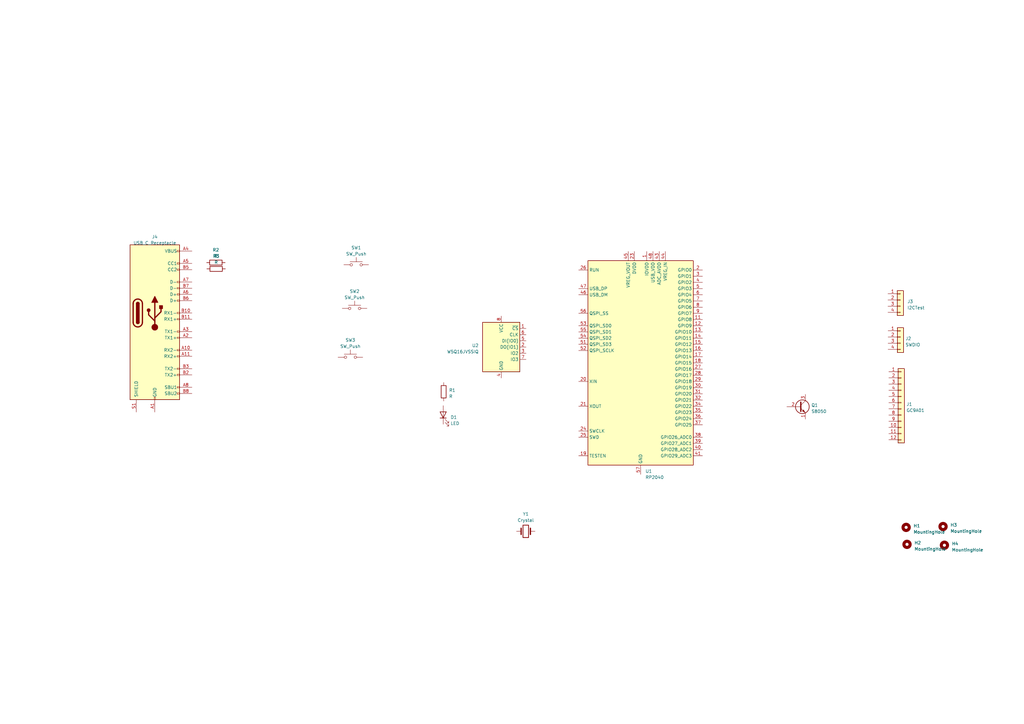
<source format=kicad_sch>
(kicad_sch (version 20230121) (generator eeschema)
  (paper "A3")
  (lib_symbols
    (symbol "Connector:USB_C_Receptacle" (pin_names (offset 1.016))
      (property "Reference" "J" (at -10.16 29.21 0))
      (property "Value" "USB_C_Receptacle" (at 10.16 29.21 0))
      (symbol "USB_C_Receptacle_0_0"
        (rectangle (start -0.254 -35.56) (end 0.254 -34.544))
        (rectangle (start 10.16 -32.766) (end 9.144 -33.274))
        (rectangle (start 10.16 -30.226) (end 9.144 -30.734))
        (rectangle (start 10.16 -25.146) (end 9.144 -25.654))
        (rectangle (start 10.16 -22.606) (end 9.144 -23.114))
        (rectangle (start 10.16 -17.526) (end 9.144 -18.034))
        (rectangle (start 10.16 -14.986) (end 9.144 -15.494))
        (rectangle (start 10.16 -9.906) (end 9.144 -10.414))
        (rectangle (start 10.16 -7.366) (end 9.144 -7.874))
        (rectangle (start 10.16 -2.286) (end 9.144 -2.794))
        (rectangle (start 10.16 0.254) (end 9.144 -0.254))
        (rectangle (start 10.16 5.334) (end 9.144 4.826))
        (rectangle (start 10.16 7.874) (end 9.144 7.366))
        (rectangle (start 10.16 10.414) (end 9.144 9.906))
        (rectangle (start 10.16 12.954) (end 9.144 12.446))
        (rectangle (start 10.16 18.034) (end 9.144 17.526))
        (rectangle (start 10.16 20.574) (end 9.144 20.066))
        (rectangle (start 10.16 25.654) (end 9.144 25.146))
      )
      (symbol "USB_C_Receptacle_0_1"
        (rectangle (start -10.16 27.94) (end 10.16 -35.56) (stroke (width 0.254)) (fill (type background)))
        (arc (start -8.89 -3.81) (mid -6.985 -5.7067) (end -5.08 -3.81) (stroke (width 0.508)))
        (arc (start -7.62 -3.81) (mid -6.985 -4.4423) (end -6.35 -3.81) (stroke (width 0.254)))
        (arc (start -7.62 -3.81) (mid -6.985 -4.4423) (end -6.35 -3.81) (stroke (width 0.254)) (fill (type outline)))
        (rectangle (start -7.62 -3.81) (end -6.35 3.81) (stroke (width 0.254)) (fill (type outline)))
        (arc (start -6.35 3.81) (mid -6.985 4.4423) (end -7.62 3.81) (stroke (width 0.254)))
        (arc (start -6.35 3.81) (mid -6.985 4.4423) (end -7.62 3.81) (stroke (width 0.254)) (fill (type outline)))
        (arc (start -5.08 3.81) (mid -6.985 5.7067) (end -8.89 3.81) (stroke (width 0.508)))
        (polyline (pts (xy -8.89 -3.81) (xy -8.89 3.81)) (stroke (width 0.508)))
        (polyline (pts (xy -5.08 3.81) (xy -5.08 -3.81)) (stroke (width 0.508)))
      )
      (symbol "USB_C_Receptacle_1_1"
        (circle (center -2.54 1.143) (radius 0.635) (stroke (width 0.254)) (fill (type outline)))
        (circle (center 0 -5.842) (radius 1.27) (fill (type outline)))
        (polyline (pts (xy 0 -5.842) (xy 0 4.318)) (stroke (width 0.508)))
        (polyline (pts (xy 0 -3.302) (xy -2.54 -0.762) (xy -2.54 0.508)) (stroke (width 0.508)))
        (polyline (pts (xy 0 -2.032) (xy 2.54 0.508) (xy 2.54 1.778)) (stroke (width 0.508)))
        (polyline (pts (xy -1.27 4.318) (xy 0 6.858) (xy 1.27 4.318) (xy -1.27 4.318)) (stroke (width 0.254)) (fill (type outline)))
        (rectangle (start 1.905 1.778) (end 3.175 3.048) (stroke (width 0.254)) (fill (type outline)))
        (pin passive line (at 0 -40.64 90) (length 5.08) (name "GND") (number "A1"))
        (pin bidirectional line (at 15.24 -15.24 180) (length 5.08) (name "RX2-") (number "A10"))
        (pin bidirectional line (at 15.24 -17.78 180) (length 5.08) (name "RX2+") (number "A11"))
        (pin passive line (at 0 -40.64 90) (length 5.08) hide (name "GND") (number "A12"))
        (pin bidirectional line (at 15.24 -10.16 180) (length 5.08) (name "TX1+") (number "A2"))
        (pin bidirectional line (at 15.24 -7.62 180) (length 5.08) (name "TX1-") (number "A3"))
        (pin passive line (at 15.24 25.4 180) (length 5.08) (name "VBUS") (number "A4"))
        (pin bidirectional line (at 15.24 20.32 180) (length 5.08) (name "CC1") (number "A5"))
        (pin bidirectional line (at 15.24 7.62 180) (length 5.08) (name "D+") (number "A6"))
        (pin bidirectional line (at 15.24 12.7 180) (length 5.08) (name "D-") (number "A7"))
        (pin bidirectional line (at 15.24 -30.48 180) (length 5.08) (name "SBU1") (number "A8"))
        (pin passive line (at 15.24 25.4 180) (length 5.08) hide (name "VBUS") (number "A9"))
        (pin passive line (at 0 -40.64 90) (length 5.08) hide (name "GND") (number "B1"))
        (pin bidirectional line (at 15.24 0 180) (length 5.08) (name "RX1-") (number "B10"))
        (pin bidirectional line (at 15.24 -2.54 180) (length 5.08) (name "RX1+") (number "B11"))
        (pin passive line (at 0 -40.64 90) (length 5.08) hide (name "GND") (number "B12"))
        (pin bidirectional line (at 15.24 -25.4 180) (length 5.08) (name "TX2+") (number "B2"))
        (pin bidirectional line (at 15.24 -22.86 180) (length 5.08) (name "TX2-") (number "B3"))
        (pin passive line (at 15.24 25.4 180) (length 5.08) hide (name "VBUS") (number "B4"))
        (pin bidirectional line (at 15.24 17.78 180) (length 5.08) (name "CC2") (number "B5"))
        (pin bidirectional line (at 15.24 5.08 180) (length 5.08) (name "D+") (number "B6"))
        (pin bidirectional line (at 15.24 10.16 180) (length 5.08) (name "D-") (number "B7"))
        (pin bidirectional line (at 15.24 -33.02 180) (length 5.08) (name "SBU2") (number "B8"))
        (pin passive line (at 15.24 25.4 180) (length 5.08) hide (name "VBUS") (number "B9"))
        (pin passive line (at -7.62 -40.64 90) (length 5.08) (name "SHIELD") (number "S1"))
      )
    )
    (symbol "Connector_Generic:Conn_01x04" (pin_names (offset 1.016) hide)
      (property "Reference" "J" (at 0 5.08 0))
      (property "Value" "Conn_01x04" (at 0 -7.62 0))
      (symbol "Conn_01x04_1_1"
        (rectangle (start -1.27 -4.953) (end 0 -5.207) (stroke (width 0.1524)))
        (rectangle (start -1.27 -2.413) (end 0 -2.667) (stroke (width 0.1524)))
        (rectangle (start -1.27 0.127) (end 0 -0.127) (stroke (width 0.1524)))
        (rectangle (start -1.27 2.667) (end 0 2.413) (stroke (width 0.1524)))
        (rectangle (start -1.27 3.81) (end 1.27 -6.35) (stroke (width 0.254)) (fill (type background)))
        (pin passive line (at -5.08 2.54 0) (length 3.81) (name "Pin_1") (number "1"))
        (pin passive line (at -5.08 0 0) (length 3.81) (name "Pin_2") (number "2"))
        (pin passive line (at -5.08 -2.54 0) (length 3.81) (name "Pin_3") (number "3"))
        (pin passive line (at -5.08 -5.08 0) (length 3.81) (name "Pin_4") (number "4"))
      )
    )
    (symbol "Connector_Generic:Conn_01x12" (pin_names (offset 1.016) hide)
      (property "Reference" "J" (at 0 15.24 0))
      (property "Value" "Conn_01x12" (at 0 -17.78 0))
      (symbol "Conn_01x12_1_1"
        (rectangle (start -1.27 -15.113) (end 0 -15.367) (stroke (width 0.1524)))
        (rectangle (start -1.27 -12.573) (end 0 -12.827) (stroke (width 0.1524)))
        (rectangle (start -1.27 -10.033) (end 0 -10.287) (stroke (width 0.1524)))
        (rectangle (start -1.27 -7.493) (end 0 -7.747) (stroke (width 0.1524)))
        (rectangle (start -1.27 -4.953) (end 0 -5.207) (stroke (width 0.1524)))
        (rectangle (start -1.27 -2.413) (end 0 -2.667) (stroke (width 0.1524)))
        (rectangle (start -1.27 0.127) (end 0 -0.127) (stroke (width 0.1524)))
        (rectangle (start -1.27 2.667) (end 0 2.413) (stroke (width 0.1524)))
        (rectangle (start -1.27 5.207) (end 0 4.953) (stroke (width 0.1524)))
        (rectangle (start -1.27 7.747) (end 0 7.493) (stroke (width 0.1524)))
        (rectangle (start -1.27 10.287) (end 0 10.033) (stroke (width 0.1524)))
        (rectangle (start -1.27 12.827) (end 0 12.573) (stroke (width 0.1524)))
        (rectangle (start -1.27 13.97) (end 1.27 -16.51) (stroke (width 0.254)) (fill (type background)))
        (pin passive line (at -5.08 12.7 0) (length 3.81) (name "Pin_1") (number "1"))
        (pin passive line (at -5.08 -10.16 0) (length 3.81) (name "Pin_10") (number "10"))
        (pin passive line (at -5.08 -12.7 0) (length 3.81) (name "Pin_11") (number "11"))
        (pin passive line (at -5.08 -15.24 0) (length 3.81) (name "Pin_12") (number "12"))
        (pin passive line (at -5.08 10.16 0) (length 3.81) (name "Pin_2") (number "2"))
        (pin passive line (at -5.08 7.62 0) (length 3.81) (name "Pin_3") (number "3"))
        (pin passive line (at -5.08 5.08 0) (length 3.81) (name "Pin_4") (number "4"))
        (pin passive line (at -5.08 2.54 0) (length 3.81) (name "Pin_5") (number "5"))
        (pin passive line (at -5.08 0 0) (length 3.81) (name "Pin_6") (number "6"))
        (pin passive line (at -5.08 -2.54 0) (length 3.81) (name "Pin_7") (number "7"))
        (pin passive line (at -5.08 -5.08 0) (length 3.81) (name "Pin_8") (number "8"))
        (pin passive line (at -5.08 -7.62 0) (length 3.81) (name "Pin_9") (number "9"))
      )
    )
    (symbol "Device:Crystal" (pin_numbers hide) (pin_names (offset 1.016) hide)
      (property "Reference" "Y" (at 0 3.81 0))
      (property "Value" "Crystal" (at 0 -3.81 0))
      (symbol "Crystal_0_1"
        (rectangle (start -1.143 2.54) (end 1.143 -2.54) (stroke (width 0.3048)))
        (polyline (pts (xy -2.54 0) (xy -1.905 0)))
        (polyline (pts (xy -1.905 -1.27) (xy -1.905 1.27)) (stroke (width 0.508)))
        (polyline (pts (xy 1.905 -1.27) (xy 1.905 1.27)) (stroke (width 0.508)))
        (polyline (pts (xy 2.54 0) (xy 1.905 0)))
      )
      (symbol "Crystal_1_1"
        (pin passive line (at -3.81 0 0) (length 1.27) (name "1") (number "1"))
        (pin passive line (at 3.81 0 180) (length 1.27) (name "2") (number "2"))
      )
    )
    (symbol "Device:LED" (pin_numbers hide) (pin_names (offset 1.016) hide)
      (property "Reference" "D" (at 0 2.54 0))
      (property "Value" "LED" (at 0 -2.54 0))
      (symbol "LED_0_1"
        (polyline (pts (xy -1.27 -1.27) (xy -1.27 1.27)) (stroke (width 0.254)))
        (polyline (pts (xy -1.27 0) (xy 1.27 0)))
        (polyline (pts (xy 1.27 -1.27) (xy 1.27 1.27) (xy -1.27 0) (xy 1.27 -1.27)) (stroke (width 0.254)))
        (polyline (pts (xy -3.048 -0.762) (xy -4.572 -2.286) (xy -3.81 -2.286) (xy -4.572 -2.286) (xy -4.572 -1.524)))
        (polyline (pts (xy -1.778 -0.762) (xy -3.302 -2.286) (xy -2.54 -2.286) (xy -3.302 -2.286) (xy -3.302 -1.524)))
      )
      (symbol "LED_1_1"
        (pin passive line (at -3.81 0 0) (length 2.54) (name "K") (number "1"))
        (pin passive line (at 3.81 0 180) (length 2.54) (name "A") (number "2"))
      )
    )
    (symbol "Device:R" (pin_numbers hide) (pin_names (offset 0))
      (property "Reference" "R" (at 2.032 0 90))
      (property "Value" "R" (at 0 0 90))
      (symbol "R_0_1"
        (rectangle (start -1.016 -2.54) (end 1.016 2.54) (stroke (width 0.254)))
      )
      (symbol "R_1_1"
        (pin passive line (at 0 3.81 270) (length 1.27) (name "~") (number "1"))
        (pin passive line (at 0 -3.81 90) (length 1.27) (name "~") (number "2"))
      )
    )
    (symbol "MCU_RaspberryPi:RP2040"
      (property "Reference" "U" (at 17.78 45.72 0))
      (property "Value" "RP2040" (at 17.78 43.18 0))
      (symbol "RP2040_0_1"
        (rectangle (start -21.59 41.91) (end 21.59 -41.91) (stroke (width 0.254)) (fill (type background)))
      )
      (symbol "RP2040_1_1"
        (pin power_in line (at 2.54 45.72 270) (length 3.81) (name "IOVDD") (number "1"))
        (pin passive line (at 2.54 45.72 270) (length 3.81) hide (name "IOVDD") (number "10"))
        (pin bidirectional line (at 25.4 17.78 180) (length 3.81) (name "GPIO8") (number "11"))
        (pin bidirectional line (at 25.4 15.24 180) (length 3.81) (name "GPIO9") (number "12"))
        (pin bidirectional line (at 25.4 12.7 180) (length 3.81) (name "GPIO10") (number "13"))
        (pin bidirectional line (at 25.4 10.16 180) (length 3.81) (name "GPIO11") (number "14"))
        (pin bidirectional line (at 25.4 7.62 180) (length 3.81) (name "GPIO12") (number "15"))
        (pin bidirectional line (at 25.4 5.08 180) (length 3.81) (name "GPIO13") (number "16"))
        (pin bidirectional line (at 25.4 2.54 180) (length 3.81) (name "GPIO14") (number "17"))
        (pin bidirectional line (at 25.4 0 180) (length 3.81) (name "GPIO15") (number "18"))
        (pin input line (at -25.4 -38.1 0) (length 3.81) (name "TESTEN") (number "19"))
        (pin bidirectional line (at 25.4 38.1 180) (length 3.81) (name "GPIO0") (number "2"))
        (pin input line (at -25.4 -7.62 0) (length 3.81) (name "XIN") (number "20"))
        (pin passive line (at -25.4 -17.78 0) (length 3.81) (name "XOUT") (number "21"))
        (pin passive line (at 2.54 45.72 270) (length 3.81) hide (name "IOVDD") (number "22"))
        (pin power_in line (at -2.54 45.72 270) (length 3.81) (name "DVDD") (number "23"))
        (pin input line (at -25.4 -27.94 0) (length 3.81) (name "SWCLK") (number "24"))
        (pin bidirectional line (at -25.4 -30.48 0) (length 3.81) (name "SWD") (number "25"))
        (pin input line (at -25.4 38.1 0) (length 3.81) (name "RUN") (number "26"))
        (pin bidirectional line (at 25.4 -2.54 180) (length 3.81) (name "GPIO16") (number "27"))
        (pin bidirectional line (at 25.4 -5.08 180) (length 3.81) (name "GPIO17") (number "28"))
        (pin bidirectional line (at 25.4 -7.62 180) (length 3.81) (name "GPIO18") (number "29"))
        (pin bidirectional line (at 25.4 35.56 180) (length 3.81) (name "GPIO1") (number "3"))
        (pin bidirectional line (at 25.4 -10.16 180) (length 3.81) (name "GPIO19") (number "30"))
        (pin bidirectional line (at 25.4 -12.7 180) (length 3.81) (name "GPIO20") (number "31"))
        (pin bidirectional line (at 25.4 -15.24 180) (length 3.81) (name "GPIO21") (number "32"))
        (pin passive line (at 2.54 45.72 270) (length 3.81) hide (name "IOVDD") (number "33"))
        (pin bidirectional line (at 25.4 -17.78 180) (length 3.81) (name "GPIO22") (number "34"))
        (pin bidirectional line (at 25.4 -20.32 180) (length 3.81) (name "GPIO23") (number "35"))
        (pin bidirectional line (at 25.4 -22.86 180) (length 3.81) (name "GPIO24") (number "36"))
        (pin bidirectional line (at 25.4 -25.4 180) (length 3.81) (name "GPIO25") (number "37"))
        (pin bidirectional line (at 25.4 -30.48 180) (length 3.81) (name "GPIO26_ADC0") (number "38"))
        (pin bidirectional line (at 25.4 -33.02 180) (length 3.81) (name "GPIO27_ADC1") (number "39"))
        (pin bidirectional line (at 25.4 33.02 180) (length 3.81) (name "GPIO2") (number "4"))
        (pin bidirectional line (at 25.4 -35.56 180) (length 3.81) (name "GPIO28_ADC2") (number "40"))
        (pin bidirectional line (at 25.4 -38.1 180) (length 3.81) (name "GPIO29_ADC3") (number "41"))
        (pin passive line (at 2.54 45.72 270) (length 3.81) hide (name "IOVDD") (number "42"))
        (pin power_in line (at 7.62 45.72 270) (length 3.81) (name "ADC_AVDD") (number "43"))
        (pin power_in line (at 10.16 45.72 270) (length 3.81) (name "VREG_IN") (number "44"))
        (pin power_out line (at -5.08 45.72 270) (length 3.81) (name "VREG_VOUT") (number "45"))
        (pin bidirectional line (at -25.4 27.94 0) (length 3.81) (name "USB_DM") (number "46"))
        (pin bidirectional line (at -25.4 30.48 0) (length 3.81) (name "USB_DP") (number "47"))
        (pin power_in line (at 5.08 45.72 270) (length 3.81) (name "USB_VDD") (number "48"))
        (pin passive line (at 2.54 45.72 270) (length 3.81) hide (name "IOVDD") (number "49"))
        (pin bidirectional line (at 25.4 30.48 180) (length 3.81) (name "GPIO3") (number "5"))
        (pin passive line (at -2.54 45.72 270) (length 3.81) hide (name "DVDD") (number "50"))
        (pin bidirectional line (at -25.4 7.62 0) (length 3.81) (name "QSPI_SD3") (number "51"))
        (pin output line (at -25.4 5.08 0) (length 3.81) (name "QSPI_SCLK") (number "52"))
        (pin bidirectional line (at -25.4 15.24 0) (length 3.81) (name "QSPI_SD0") (number "53"))
        (pin bidirectional line (at -25.4 10.16 0) (length 3.81) (name "QSPI_SD2") (number "54"))
        (pin bidirectional line (at -25.4 12.7 0) (length 3.81) (name "QSPI_SD1") (number "55"))
        (pin bidirectional line (at -25.4 20.32 0) (length 3.81) (name "QSPI_SS") (number "56"))
        (pin power_in line (at 0 -45.72 90) (length 3.81) (name "GND") (number "57"))
        (pin bidirectional line (at 25.4 27.94 180) (length 3.81) (name "GPIO4") (number "6"))
        (pin bidirectional line (at 25.4 25.4 180) (length 3.81) (name "GPIO5") (number "7"))
        (pin bidirectional line (at 25.4 22.86 180) (length 3.81) (name "GPIO6") (number "8"))
        (pin bidirectional line (at 25.4 20.32 180) (length 3.81) (name "GPIO7") (number "9"))
      )
    )
    (symbol "Mechanical:MountingHole" (pin_names (offset 1.016))
      (property "Reference" "H" (at 0 5.08 0))
      (property "Value" "MountingHole" (at 0 3.175 0))
      (symbol "MountingHole_0_1"
        (circle (center 0 0) (radius 1.27) (stroke (width 1.27)))
      )
    )
    (symbol "Memory_Flash:W25Q32JVSS"
      (property "Reference" "U" (at -6.35 11.43 0))
      (property "Value" "W25Q32JVSS" (at 7.62 11.43 0))
      (symbol "W25Q32JVSS_0_1"
        (rectangle (start -7.62 10.16) (end 7.62 -10.16) (stroke (width 0.254)) (fill (type background)))
      )
      (symbol "W25Q32JVSS_1_1"
        (pin input line (at -10.16 7.62 0) (length 2.54) (name "~{CS}") (number "1"))
        (pin bidirectional line (at -10.16 0 0) (length 2.54) (name "DO(IO1)") (number "2"))
        (pin bidirectional line (at -10.16 -2.54 0) (length 2.54) (name "IO2") (number "3"))
        (pin power_in line (at 0 -12.7 90) (length 2.54) (name "GND") (number "4"))
        (pin bidirectional line (at -10.16 2.54 0) (length 2.54) (name "DI(IO0)") (number "5"))
        (pin input line (at -10.16 5.08 0) (length 2.54) (name "CLK") (number "6"))
        (pin bidirectional line (at -10.16 -5.08 0) (length 2.54) (name "IO3") (number "7"))
        (pin power_in line (at 0 12.7 270) (length 2.54) (name "VCC") (number "8"))
      )
    )
    (symbol "Switch:SW_Push" (pin_numbers hide) (pin_names (offset 1.016) hide)
      (property "Reference" "SW" (at 1.27 2.54 0))
      (property "Value" "SW_Push" (at 0 -1.524 0))
      (symbol "SW_Push_0_1"
        (circle (center -2.032 0) (radius 0.508))
        (polyline (pts (xy 0 1.27) (xy 0 3.048)))
        (polyline (pts (xy 2.54 1.27) (xy -2.54 1.27)))
        (circle (center 2.032 0) (radius 0.508))
        (pin passive line (at -5.08 0 0) (length 2.54) (name "1") (number "1"))
        (pin passive line (at 5.08 0 180) (length 2.54) (name "2") (number "2"))
      )
    )
    (symbol "Transistor_BJT:S8050" (pin_names (offset 0) hide)
      (property "Reference" "Q" (at 5.08 1.905 0))
      (property "Value" "S8050" (at 5.08 0 0))
      (symbol "S8050_0_1"
        (polyline (pts (xy 0 0) (xy 0.635 0)))
        (polyline (pts (xy 0.635 0.635) (xy 2.54 2.54)))
        (polyline (pts (xy 0.635 -0.635) (xy 2.54 -2.54) (xy 2.54 -2.54)))
        (polyline (pts (xy 0.635 1.905) (xy 0.635 -1.905) (xy 0.635 -1.905)) (stroke (width 0.508)))
        (polyline (pts (xy 1.27 -1.778) (xy 1.778 -1.27) (xy 2.286 -2.286) (xy 1.27 -1.778) (xy 1.27 -1.778)) (fill (type outline)))
        (circle (center 1.27 0) (radius 2.8194) (stroke (width 0.254)))
      )
      (symbol "S8050_1_1"
        (pin passive line (at 2.54 -5.08 90) (length 2.54) (name "E") (number "1"))
        (pin input line (at -5.08 0 0) (length 5.08) (name "B") (number "2"))
        (pin passive line (at 2.54 5.08 270) (length 2.54) (name "C") (number "3"))
      )
    )
  )
  (symbol (lib_id "Connector_Generic:Conn_01x04") (at 369.316 138.2268 0) (unit 1)
    (property "Reference" "J2" (at 371.348 138.8618 0) (effects (justify left)))
    (property "Value" "SWDIO" (at 371.348 141.4018 0) (effects (justify left)))
    (property "Footprint" "Connector_PinHeader_2.54mm:PinHeader_1x03_P2.54mm_Vertical" (effects hide))
  )
  (symbol (lib_id "Device:LED") (at 181.7624 170.18 90) (unit 1)
    (property "Reference" "D1" (at 184.7596 171.1325 90) (effects (justify right)))
    (property "Value" "LED" (at 184.7596 173.6725 90) (effects (justify right)))
    (property "Footprint" "LED_SMD:LED_0603_1608Metric" (effects hide))
  )
  (symbol (lib_id "Device:R") (at 181.9656 160.6804 0) (unit 1)
    (property "Reference" "R1" (at 184.15 160.0454 0) (effects (justify left)))
    (property "Value" "R" (at 184.15 162.5854 0) (effects (justify left)))
    (property "Footprint" "Resistor_SMD:R_0603_1608Metric" (effects hide))
  )
  (symbol (lib_id "Connector_Generic:Conn_01x12") (at 369.6208 165.1508 0) (unit 1)
    (property "Reference" "J1" (at 371.7544 165.7858 0) (effects (justify left)))
    (property "Value" "GC9A01" (at 371.7544 168.3258 0) (effects (justify left)))
    (property "Footprint" "Display:GC9A01_Extended_FPC" (effects hide))
  )
  (symbol (lib_id "Switch:SW_Push") (at 145.4404 126.492 0) (unit 1)
    (property "Reference" "SW2" (at 145.4404 119.4816 0))
    (property "Value" "SW_Push" (at 145.4404 122.0216 0))
    (property "Footprint" "Button_Switch_SMD:Panasonic_EVQPUM_EVQPUD" (effects hide))
  )
  (symbol (lib_id "MCU_RaspberryPi:RP2040") (at 262.7376 148.844 0) (unit 1)
    (property "Reference" "U1" (at 264.6935 193.2432 0) (effects (justify left)))
    (property "Value" "RP2040" (at 264.6935 195.7832 0) (effects (justify left)))
    (property "Footprint" "Package_DFN_QFN:QFN-56-1EP_7x7mm_P0.4mm_EP3.2x3.2mm" (effects hide))
    (property "Datasheet" "https://datasheets.raspberrypi.com/rp2040/rp2040-datasheet.pdf" (effects hide))
  )
  (symbol (lib_id "Transistor_BJT:S8050") (at 327.8124 166.8272 0) (unit 1)
    (property "Reference" "Q1" (at 332.74 166.1922 0) (effects (justify left)))
    (property "Value" "S8050" (at 332.74 168.7322 0) (effects (justify left)))
    (property "Footprint" "Package_TO_SOT_SMD:SOT-23" (effects hide))
    (property "Datasheet" "http://www.unisonic.com.tw/datasheet/S8050.pdf" (effects hide))
  )
  (symbol (lib_id "Mechanical:MountingHole") (at 386.7912 215.9508 0) (unit 1)
    (property "Reference" "H3" (at 389.7884 215.3158 0) (effects (justify left)))
    (property "Value" "MountingHole" (at 389.7884 217.8558 0) (effects (justify left)))
    (property "Footprint" "MountingHole:MountingHole_2.2mm_M2" (effects hide))
  )
  (symbol (lib_id "Device:Crystal") (at 215.646 217.932 0) (unit 1)
    (property "Reference" "Y1" (at 215.646 210.82 0))
    (property "Value" "Crystal" (at 215.646 213.36 0))
    (property "Footprint" "Crystal:Crystal_SMD_2520-4Pin_2.5x2.0mm" (effects hide))
  )
  (symbol (lib_id "Device:R") (at 88.5444 107.696 90) (unit 1)
    (property "Reference" "R2" (at 88.5444 102.5144 90))
    (property "Value" "R" (at 88.5444 105.0544 90))
    (property "Footprint" "Resistor_SMD:R_0603_1608Metric" (effects hide))
  )
  (symbol (lib_id "Switch:SW_Push") (at 143.7132 146.5072 0) (unit 1)
    (property "Reference" "SW3" (at 143.7132 139.4968 0))
    (property "Value" "SW_Push" (at 143.7132 142.0368 0))
    (property "Footprint" "Button_Switch_SMD:Panasonic_EVQPUM_EVQPUD" (effects hide))
  )
  (symbol (lib_id "Device:R") (at 88.646 110.2868 90) (unit 1)
    (property "Reference" "R3" (at 88.646 105.0544 90))
    (property "Value" "R" (at 88.646 107.5944 90))
    (property "Footprint" "Resistor_SMD:R_0603_1608Metric" (effects hide))
  )
  (symbol (lib_id "Mechanical:MountingHole") (at 372.0084 223.266 0) (unit 1)
    (property "Reference" "H2" (at 375.0056 222.631 0) (effects (justify left)))
    (property "Value" "MountingHole" (at 375.0056 225.171 0) (effects (justify left)))
    (property "Footprint" "MountingHole:MountingHole_2.2mm_M2" (effects hide))
  )
  (symbol (lib_id "Mechanical:MountingHole") (at 387.35 223.6216 0) (unit 1)
    (property "Reference" "H4" (at 390.3472 222.9866 0) (effects (justify left)))
    (property "Value" "MountingHole" (at 390.3472 225.5266 0) (effects (justify left)))
    (property "Footprint" "MountingHole:MountingHole_2.2mm_M2" (effects hide))
  )
  (symbol (lib_id "Mechanical:MountingHole") (at 371.6528 216.3064 0) (unit 1)
    (property "Reference" "H1" (at 374.65 215.6714 0) (effects (justify left)))
    (property "Value" "MountingHole" (at 374.65 218.2114 0) (effects (justify left)))
    (property "Footprint" "MountingHole:MountingHole_2.2mm_M2" (effects hide))
  )
  (symbol (lib_id "Connector_Generic:Conn_01x04") (at 369.2652 123.0376 0) (unit 1)
    (property "Reference" "J3" (at 372.11 123.6726 0) (effects (justify left)))
    (property "Value" "I2CTest" (at 372.11 126.2126 0) (effects (justify left)))
    (property "Footprint" "Connector_PinHeader_2.54mm:PinHeader_1x04_P2.54mm_Horizontal" (effects hide))
  )
  (symbol (lib_id "Memory_Flash:W25Q32JVSS") (at 205.5876 142.3416 0) (mirror y) (unit 1)
    (property "Reference" "U2" (at 196.342 141.7066 0) (effects (justify left)))
    (property "Value" "W5Q16JVSSIQ" (at 196.342 144.2466 0) (effects (justify left)))
    (property "Footprint" "Package_SO:SOIC-8_5.23x5.23mm_P1.27mm" (effects hide))
    (property "Datasheet" "http://www.winbond.com/resource-files/w25q32jv%20revg%2003272018%20plus.pdf" (effects hide))
  )
  (symbol (lib_id "Switch:SW_Push") (at 146.1008 108.6104 0) (unit 1)
    (property "Reference" "SW1" (at 146.1008 101.6 0))
    (property "Value" "SW_Push" (at 146.1008 104.14 0))
    (property "Footprint" "Button_Switch_SMD:Panasonic_EVQPUM_EVQPUD" (effects hide))
  )
  (symbol (lib_id "Connector:USB_C_Receptacle") (at 63.5 128.3716 0) (unit 1)
    (property "Reference" "J4" (at 63.5 97.1296 0))
    (property "Value" "USB_C_Receptacle" (at 63.5 99.6696 0))
    (property "Footprint" "Connector_USB:USB_C_Receptacle_HRO_TYPE-C-31-M-12" (effects hide))
    (property "Datasheet" "https://www.usb.org/sites/default/files/documents/usb_type-c.zip" (effects hide))
  )
)
</source>
